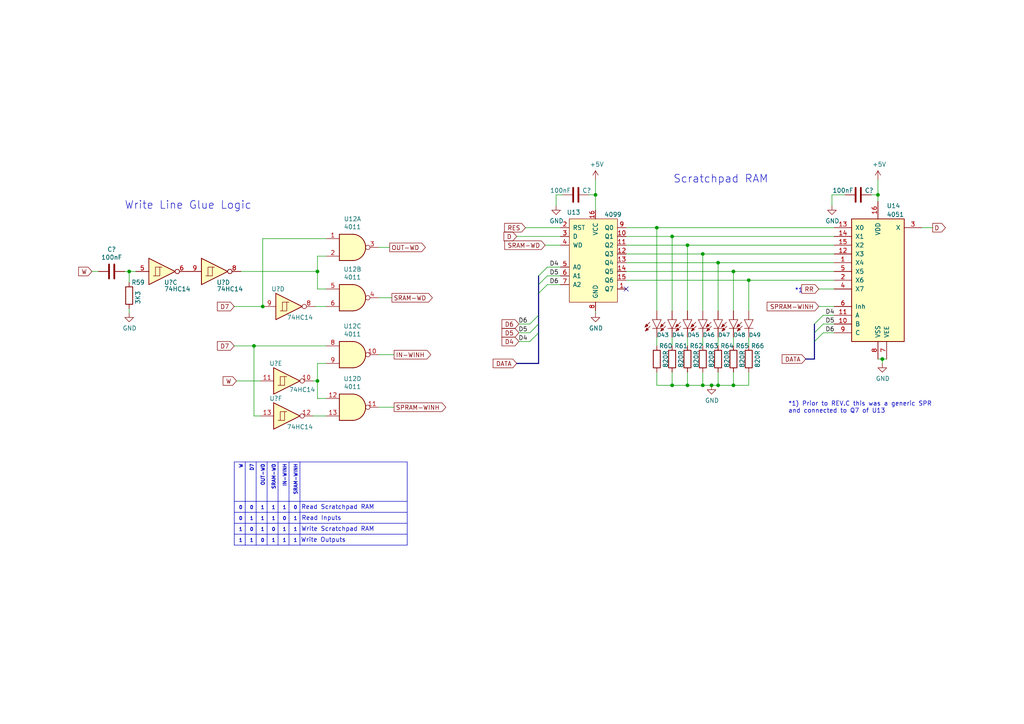
<source format=kicad_sch>
(kicad_sch (version 20230121) (generator eeschema)
  (paper "A4")
  (title_block (title "Scratchpad RAM") (date "2022-11-09") (rev "0.5") (comment 1 "REV.C"))
  (lib_symbols
    (symbol "4xxx:4011" (pin_names (offset 1.016))
      (property "Reference" "U" (at 0 1.27 0))
      (property "Value" "4011" (at 0 -1.27 0))
      (symbol "4011_1_1"
        (arc (start 0 -3.81) (mid 3.7934 0) (end 0 3.81) (stroke (width 0.254)) (fill (type background)))
        (polyline (pts (xy 0 3.81) (xy -3.81 3.81) (xy -3.81 -3.81) (xy 0 -3.81)) (stroke (width 0.254)) (fill (type background)))
        (pin input line (at -7.62 2.54 0) (length 3.81) (name "~") (number "1"))
        (pin input line (at -7.62 -2.54 0) (length 3.81) (name "~") (number "2"))
        (pin output inverted (at 7.62 0 180) (length 3.81) (name "~") (number "3"))
      )
      (symbol "4011_1_2"
        (arc (start -3.81 -3.81) (mid -2.589 0) (end -3.81 3.81) (stroke (width 0.254)))
        (arc (start -0.6096 -3.81) (mid 2.1842 -2.5851) (end 3.81 0) (stroke (width 0.254)) (fill (type background)))
        (polyline (pts (xy -3.81 -3.81) (xy -0.635 -3.81)) (stroke (width 0.254)) (fill (type background)))
        (polyline (pts (xy -3.81 3.81) (xy -0.635 3.81)) (stroke (width 0.254)) (fill (type background)))
        (polyline (pts (xy -0.635 3.81) (xy -3.81 3.81) (xy -3.81 3.81) (xy -3.556 3.4036) (xy -3.0226 2.2606) (xy -2.6924 1.0414) (xy -2.6162 -0.254) (xy -2.7686 -1.4986) (xy -3.175 -2.7178) (xy -3.81 -3.81) (xy -3.81 -3.81) (xy -0.635 -3.81)) (stroke (width -25.4)) (fill (type background)))
        (arc (start 3.81 0) (mid 2.1915 2.5936) (end -0.6096 3.81) (stroke (width 0.254)) (fill (type background)))
        (pin input inverted (at -7.62 2.54 0) (length 4.318) (name "~") (number "1"))
        (pin input inverted (at -7.62 -2.54 0) (length 4.318) (name "~") (number "2"))
        (pin output line (at 7.62 0 180) (length 3.81) (name "~") (number "3"))
      )
      (symbol "4011_2_1"
        (arc (start 0 -3.81) (mid 3.7934 0) (end 0 3.81) (stroke (width 0.254)) (fill (type background)))
        (polyline (pts (xy 0 3.81) (xy -3.81 3.81) (xy -3.81 -3.81) (xy 0 -3.81)) (stroke (width 0.254)) (fill (type background)))
        (pin output inverted (at 7.62 0 180) (length 3.81) (name "~") (number "4"))
        (pin input line (at -7.62 2.54 0) (length 3.81) (name "~") (number "5"))
        (pin input line (at -7.62 -2.54 0) (length 3.81) (name "~") (number "6"))
      )
      (symbol "4011_2_2"
        (arc (start -3.81 -3.81) (mid -2.589 0) (end -3.81 3.81) (stroke (width 0.254)))
        (arc (start -0.6096 -3.81) (mid 2.1842 -2.5851) (end 3.81 0) (stroke (width 0.254)) (fill (type background)))
        (polyline (pts (xy -3.81 -3.81) (xy -0.635 -3.81)) (stroke (width 0.254)) (fill (type background)))
        (polyline (pts (xy -3.81 3.81) (xy -0.635 3.81)) (stroke (width 0.254)) (fill (type background)))
        (polyline (pts (xy -0.635 3.81) (xy -3.81 3.81) (xy -3.81 3.81) (xy -3.556 3.4036) (xy -3.0226 2.2606) (xy -2.6924 1.0414) (xy -2.6162 -0.254) (xy -2.7686 -1.4986) (xy -3.175 -2.7178) (xy -3.81 -3.81) (xy -3.81 -3.81) (xy -0.635 -3.81)) (stroke (width -25.4)) (fill (type background)))
        (arc (start 3.81 0) (mid 2.1915 2.5936) (end -0.6096 3.81) (stroke (width 0.254)) (fill (type background)))
        (pin output line (at 7.62 0 180) (length 3.81) (name "~") (number "4"))
        (pin input inverted (at -7.62 2.54 0) (length 4.318) (name "~") (number "5"))
        (pin input inverted (at -7.62 -2.54 0) (length 4.318) (name "~") (number "6"))
      )
      (symbol "4011_3_1"
        (arc (start 0 -3.81) (mid 3.7934 0) (end 0 3.81) (stroke (width 0.254)) (fill (type background)))
        (polyline (pts (xy 0 3.81) (xy -3.81 3.81) (xy -3.81 -3.81) (xy 0 -3.81)) (stroke (width 0.254)) (fill (type background)))
        (pin output inverted (at 7.62 0 180) (length 3.81) (name "~") (number "10"))
        (pin input line (at -7.62 2.54 0) (length 3.81) (name "~") (number "8"))
        (pin input line (at -7.62 -2.54 0) (length 3.81) (name "~") (number "9"))
      )
      (symbol "4011_3_2"
        (arc (start -3.81 -3.81) (mid -2.589 0) (end -3.81 3.81) (stroke (width 0.254)))
        (arc (start -0.6096 -3.81) (mid 2.1842 -2.5851) (end 3.81 0) (stroke (width 0.254)) (fill (type background)))
        (polyline (pts (xy -3.81 -3.81) (xy -0.635 -3.81)) (stroke (width 0.254)) (fill (type background)))
        (polyline (pts (xy -3.81 3.81) (xy -0.635 3.81)) (stroke (width 0.254)) (fill (type background)))
        (polyline (pts (xy -0.635 3.81) (xy -3.81 3.81) (xy -3.81 3.81) (xy -3.556 3.4036) (xy -3.0226 2.2606) (xy -2.6924 1.0414) (xy -2.6162 -0.254) (xy -2.7686 -1.4986) (xy -3.175 -2.7178) (xy -3.81 -3.81) (xy -3.81 -3.81) (xy -0.635 -3.81)) (stroke (width -25.4)) (fill (type background)))
        (arc (start 3.81 0) (mid 2.1915 2.5936) (end -0.6096 3.81) (stroke (width 0.254)) (fill (type background)))
        (pin output line (at 7.62 0 180) (length 3.81) (name "~") (number "10"))
        (pin input inverted (at -7.62 2.54 0) (length 4.318) (name "~") (number "8"))
        (pin input inverted (at -7.62 -2.54 0) (length 4.318) (name "~") (number "9"))
      )
      (symbol "4011_4_1"
        (arc (start 0 -3.81) (mid 3.7934 0) (end 0 3.81) (stroke (width 0.254)) (fill (type background)))
        (polyline (pts (xy 0 3.81) (xy -3.81 3.81) (xy -3.81 -3.81) (xy 0 -3.81)) (stroke (width 0.254)) (fill (type background)))
        (pin output inverted (at 7.62 0 180) (length 3.81) (name "~") (number "11"))
        (pin input line (at -7.62 2.54 0) (length 3.81) (name "~") (number "12"))
        (pin input line (at -7.62 -2.54 0) (length 3.81) (name "~") (number "13"))
      )
      (symbol "4011_4_2"
        (arc (start -3.81 -3.81) (mid -2.589 0) (end -3.81 3.81) (stroke (width 0.254)))
        (arc (start -0.6096 -3.81) (mid 2.1842 -2.5851) (end 3.81 0) (stroke (width 0.254)) (fill (type background)))
        (polyline (pts (xy -3.81 -3.81) (xy -0.635 -3.81)) (stroke (width 0.254)) (fill (type background)))
        (polyline (pts (xy -3.81 3.81) (xy -0.635 3.81)) (stroke (width 0.254)) (fill (type background)))
        (polyline (pts (xy -0.635 3.81) (xy -3.81 3.81) (xy -3.81 3.81) (xy -3.556 3.4036) (xy -3.0226 2.2606) (xy -2.6924 1.0414) (xy -2.6162 -0.254) (xy -2.7686 -1.4986) (xy -3.175 -2.7178) (xy -3.81 -3.81) (xy -3.81 -3.81) (xy -0.635 -3.81)) (stroke (width -25.4)) (fill (type background)))
        (arc (start 3.81 0) (mid 2.1915 2.5936) (end -0.6096 3.81) (stroke (width 0.254)) (fill (type background)))
        (pin output line (at 7.62 0 180) (length 3.81) (name "~") (number "11"))
        (pin input inverted (at -7.62 2.54 0) (length 4.318) (name "~") (number "12"))
        (pin input inverted (at -7.62 -2.54 0) (length 4.318) (name "~") (number "13"))
      )
      (symbol "4011_5_0"
        (pin power_in line (at 0 12.7 270) (length 5.08) (name "VDD") (number "14"))
        (pin power_in line (at 0 -12.7 90) (length 5.08) (name "VSS") (number "7"))
      )
      (symbol "4011_5_1"
        (rectangle (start -5.08 7.62) (end 5.08 -7.62) (stroke (width 0.254)) (fill (type background)))
      )
    )
    (symbol "4xxx:4051" (pin_names (offset 1.016))
      (property "Reference" "U" (at -7.62 19.05 0))
      (property "Value" "4051" (at -7.62 -19.05 0))
      (symbol "4051_1_0"
        (pin passive line (at -12.7 5.08 0) (length 5.08) (name "X4") (number "1"))
        (pin input line (at -12.7 -12.7 0) (length 5.08) (name "B") (number "10"))
        (pin input line (at -12.7 -10.16 0) (length 5.08) (name "A") (number "11"))
        (pin passive line (at -12.7 7.62 0) (length 5.08) (name "X3") (number "12"))
        (pin passive line (at -12.7 15.24 0) (length 5.08) (name "X0") (number "13"))
        (pin passive line (at -12.7 12.7 0) (length 5.08) (name "X1") (number "14"))
        (pin passive line (at -12.7 10.16 0) (length 5.08) (name "X2") (number "15"))
        (pin power_in line (at 0 22.86 270) (length 5.08) (name "VDD") (number "16"))
        (pin passive line (at -12.7 0 0) (length 5.08) (name "X6") (number "2"))
        (pin passive line (at 12.7 15.24 180) (length 5.08) (name "X") (number "3"))
        (pin passive line (at -12.7 -2.54 0) (length 5.08) (name "X7") (number "4"))
        (pin passive line (at -12.7 2.54 0) (length 5.08) (name "X5") (number "5"))
        (pin input line (at -12.7 -7.62 0) (length 5.08) (name "Inh") (number "6"))
        (pin power_in line (at 2.54 -22.86 90) (length 5.08) (name "VEE") (number "7"))
        (pin power_in line (at 0 -22.86 90) (length 5.08) (name "VSS") (number "8"))
        (pin input line (at -12.7 -15.24 0) (length 5.08) (name "C") (number "9"))
      )
      (symbol "4051_1_1"
        (rectangle (start -7.62 17.78) (end 7.62 -17.78) (stroke (width 0.254)) (fill (type background)))
      )
    )
    (symbol "74xx:74HC14" (pin_names (offset 1.016))
      (property "Reference" "U" (at 0 1.27 0))
      (property "Value" "74HC14" (at 0 -1.27 0))
      (symbol "74HC14_1_0"
        (polyline (pts (xy -3.81 3.81) (xy -3.81 -3.81) (xy 3.81 0) (xy -3.81 3.81)) (stroke (width 0.254)) (fill (type background)))
        (pin input line (at -7.62 0 0) (length 3.81) (name "~") (number "1"))
        (pin output inverted (at 7.62 0 180) (length 3.81) (name "~") (number "2"))
      )
      (symbol "74HC14_1_1"
        (polyline (pts (xy -1.905 -1.27) (xy -1.905 1.27) (xy -0.635 1.27)))
        (polyline (pts (xy -2.54 -1.27) (xy -0.635 -1.27) (xy -0.635 1.27) (xy 0 1.27)))
      )
      (symbol "74HC14_2_0"
        (polyline (pts (xy -3.81 3.81) (xy -3.81 -3.81) (xy 3.81 0) (xy -3.81 3.81)) (stroke (width 0.254)) (fill (type background)))
        (pin input line (at -7.62 0 0) (length 3.81) (name "~") (number "3"))
        (pin output inverted (at 7.62 0 180) (length 3.81) (name "~") (number "4"))
      )
      (symbol "74HC14_2_1"
        (polyline (pts (xy -1.905 -1.27) (xy -1.905 1.27) (xy -0.635 1.27)))
        (polyline (pts (xy -2.54 -1.27) (xy -0.635 -1.27) (xy -0.635 1.27) (xy 0 1.27)))
      )
      (symbol "74HC14_3_0"
        (polyline (pts (xy -3.81 3.81) (xy -3.81 -3.81) (xy 3.81 0) (xy -3.81 3.81)) (stroke (width 0.254)) (fill (type background)))
        (pin input line (at -7.62 0 0) (length 3.81) (name "~") (number "5"))
        (pin output inverted (at 7.62 0 180) (length 3.81) (name "~") (number "6"))
      )
      (symbol "74HC14_3_1"
        (polyline (pts (xy -1.905 -1.27) (xy -1.905 1.27) (xy -0.635 1.27)))
        (polyline (pts (xy -2.54 -1.27) (xy -0.635 -1.27) (xy -0.635 1.27) (xy 0 1.27)))
      )
      (symbol "74HC14_4_0"
        (polyline (pts (xy -3.81 3.81) (xy -3.81 -3.81) (xy 3.81 0) (xy -3.81 3.81)) (stroke (width 0.254)) (fill (type background)))
        (pin output inverted (at 7.62 0 180) (length 3.81) (name "~") (number "8"))
        (pin input line (at -7.62 0 0) (length 3.81) (name "~") (number "9"))
      )
      (symbol "74HC14_4_1"
        (polyline (pts (xy -1.905 -1.27) (xy -1.905 1.27) (xy -0.635 1.27)))
        (polyline (pts (xy -2.54 -1.27) (xy -0.635 -1.27) (xy -0.635 1.27) (xy 0 1.27)))
      )
      (symbol "74HC14_5_0"
        (polyline (pts (xy -3.81 3.81) (xy -3.81 -3.81) (xy 3.81 0) (xy -3.81 3.81)) (stroke (width 0.254)) (fill (type background)))
        (pin output inverted (at 7.62 0 180) (length 3.81) (name "~") (number "10"))
        (pin input line (at -7.62 0 0) (length 3.81) (name "~") (number "11"))
      )
      (symbol "74HC14_5_1"
        (polyline (pts (xy -1.905 -1.27) (xy -1.905 1.27) (xy -0.635 1.27)))
        (polyline (pts (xy -2.54 -1.27) (xy -0.635 -1.27) (xy -0.635 1.27) (xy 0 1.27)))
      )
      (symbol "74HC14_6_0"
        (polyline (pts (xy -3.81 3.81) (xy -3.81 -3.81) (xy 3.81 0) (xy -3.81 3.81)) (stroke (width 0.254)) (fill (type background)))
        (pin output inverted (at 7.62 0 180) (length 3.81) (name "~") (number "12"))
        (pin input line (at -7.62 0 0) (length 3.81) (name "~") (number "13"))
      )
      (symbol "74HC14_6_1"
        (polyline (pts (xy -1.905 -1.27) (xy -1.905 1.27) (xy -0.635 1.27)))
        (polyline (pts (xy -2.54 -1.27) (xy -0.635 -1.27) (xy -0.635 1.27) (xy 0 1.27)))
      )
      (symbol "74HC14_7_0"
        (pin power_in line (at 0 12.7 270) (length 5.08) (name "VCC") (number "14"))
        (pin power_in line (at 0 -12.7 90) (length 5.08) (name "GND") (number "7"))
      )
      (symbol "74HC14_7_1"
        (rectangle (start -5.08 7.62) (end 5.08 -7.62) (stroke (width 0.254)) (fill (type background)))
      )
    )
    (symbol "Device:C" (pin_numbers hide) (pin_names (offset 0.254))
      (property "Reference" "C" (at 0.635 2.54 0))
      (property "Value" "C" (at 0.635 -2.54 0))
      (symbol "C_0_1"
        (polyline (pts (xy -2.032 -0.762) (xy 2.032 -0.762)) (stroke (width 0.508)))
        (polyline (pts (xy -2.032 0.762) (xy 2.032 0.762)) (stroke (width 0.508)))
      )
      (symbol "C_1_1"
        (pin passive line (at 0 3.81 270) (length 2.794) (name "~") (number "1"))
        (pin passive line (at 0 -3.81 90) (length 2.794) (name "~") (number "2"))
      )
    )
    (symbol "Device:R" (pin_numbers hide) (pin_names (offset 0))
      (property "Reference" "R" (at 2.032 0 90))
      (property "Value" "R" (at 0 0 90))
      (symbol "R_0_1"
        (rectangle (start -1.016 -2.54) (end 1.016 2.54) (stroke (width 0.254)))
      )
      (symbol "R_1_1"
        (pin passive line (at 0 3.81 270) (length 1.27) (name "~") (number "1"))
        (pin passive line (at 0 -3.81 90) (length 1.27) (name "~") (number "2"))
      )
    )
    (symbol "plc14500-rescue:LED5MM-SparkFun-LED" (pin_numbers hide) (pin_names (offset 1.016) hide)
      (property "Reference" "D" (at -1.27 -6.35 90))
      (property "Value" "LED5MM-SparkFun-LED" (at 3.81 -6.35 90))
      (property "Field4" "XXX-00000" (at -6.35 0 90))
      (symbol "LED5MM-SparkFun-LED_1_0"
        (polyline (pts (xy -2.032 -0.762) (xy -3.429 -2.159)))
        (polyline (pts (xy -1.905 -1.905) (xy -3.302 -3.302)))
        (polyline (pts (xy 0 -2.54) (xy -1.27 -2.54)))
        (polyline (pts (xy 0 -2.54) (xy -1.27 0)))
        (polyline (pts (xy 1.27 -2.54) (xy 0 -2.54)))
        (polyline (pts (xy 1.27 0) (xy -1.27 0)))
        (polyline (pts (xy 1.27 0) (xy 0 -2.54)))
      )
      (symbol "LED5MM-SparkFun-LED_1_1"
        (polyline (pts (xy -3.429 -2.159) (xy -3.048 -1.27) (xy -3.048 -1.27) (xy -2.54 -1.778) (xy -2.54 -1.778) (xy -3.429 -2.159)) (fill (type outline)))
        (polyline (pts (xy -3.302 -3.302) (xy -2.921 -2.413) (xy -2.921 -2.413) (xy -2.413 -2.921) (xy -2.413 -2.921) (xy -3.302 -3.302)) (fill (type outline)))
        (pin passive line (at 0 2.54 270) (length 2.54) (name "A") (number "A"))
        (pin passive line (at 0 -5.08 90) (length 2.54) (name "C") (number "K"))
      )
    )
    (symbol "plc14500:CD4099" (pin_names (offset 1.016))
      (property "Reference" "U" (at 2.54 -1.27 0))
      (property "Value" "CD4099" (at 11.43 -26.67 0))
      (symbol "CD4099_0_1"
        (rectangle (start -7.62 -2.54) (end 6.35 -26.67) (fill (type background)))
      )
      (symbol "CD4099_1_1"
        (pin output line (at 8.89 -22.86 180) (length 2.54) (name "Q7") (number "1"))
        (pin output line (at 8.89 -7.62 180) (length 2.54) (name "Q1") (number "10"))
        (pin output line (at 8.89 -10.16 180) (length 2.54) (name "Q2") (number "11"))
        (pin output line (at 8.89 -12.7 180) (length 2.54) (name "Q3") (number "12"))
        (pin output line (at 8.89 -15.24 180) (length 2.54) (name "Q4") (number "13"))
        (pin output line (at 8.89 -17.78 180) (length 2.54) (name "Q5") (number "14"))
        (pin output line (at 8.89 -20.32 180) (length 2.54) (name "Q6") (number "15"))
        (pin power_in line (at 0 0 270) (length 2.54) (name "VCC") (number "16"))
        (pin input line (at -10.16 -5.08 0) (length 2.54) (name "RST") (number "2"))
        (pin input line (at -10.16 -7.62 0) (length 2.54) (name "D") (number "3"))
        (pin input line (at -10.16 -10.16 0) (length 2.54) (name "WD") (number "4"))
        (pin input line (at -10.16 -16.51 0) (length 2.54) (name "A0") (number "5"))
        (pin input line (at -10.16 -19.05 0) (length 2.54) (name "A1") (number "6"))
        (pin input line (at -10.16 -21.59 0) (length 2.54) (name "A2") (number "7"))
        (pin power_in line (at 0 -29.21 90) (length 2.54) (name "GND") (number "8"))
        (pin output line (at 8.89 -5.08 180) (length 2.54) (name "Q0") (number "9"))
      )
    )
    (symbol "power:+5V" (power) (pin_names (offset 0))
      (property "Value" "+5V" (at 0 3.556 0))
      (symbol "+5V_0_1"
        (polyline (pts (xy -0.762 1.27) (xy 0 2.54)))
        (polyline (pts (xy 0 0) (xy 0 2.54)))
        (polyline (pts (xy 0 2.54) (xy 0.762 1.27)))
      )
      (symbol "+5V_1_1"
        (pin power_in line (at 0 0 90) (length 0) hide (name "+5V") (number "1"))
      )
    )
    (symbol "power:GND" (power) (pin_names (offset 0))
      (property "Value" "GND" (at 0 -3.81 0))
      (symbol "GND_0_1"
        (polyline (pts (xy 0 0) (xy 0 -1.27) (xy 1.27 -1.27) (xy 0 -2.54) (xy -1.27 -1.27) (xy 0 -1.27)))
      )
      (symbol "GND_1_1"
        (pin power_in line (at 0 0 270) (length 0) hide (name "GND") (number "1"))
      )
    )
  )
  (junction (at 199.39 71.12))
  (junction (at 212.725 111.76))
  (junction (at 190.5 66.04))
  (junction (at 208.28 76.2))
  (junction (at 217.17 81.28))
  (junction (at 203.835 111.76))
  (junction (at 254.635 56.515))
  (junction (at 203.835 73.66))
  (junction (at 37.465 78.74))
  (junction (at 206.375 111.76))
  (junction (at 172.72 56.515))
  (junction (at 212.725 78.74))
  (junction (at 208.28 111.76))
  (junction (at 255.905 104.14))
  (junction (at 199.39 111.76))
  (junction (at 76.2 88.9))
  (junction (at 92.075 78.74))
  (junction (at 194.945 68.58))
  (junction (at 92.075 110.49))
  (junction (at 73.66 100.33))
  (junction (at 194.945 111.76))
  (no_connect (at 181.61 83.82))
  (bus_entry (at 156.21 91.44) (size -2.54 2.54))
  (bus_entry (at 156.21 85.09) (size 2.54 -2.54))
  (bus_entry (at 236.22 99.06) (size 2.54 -2.54))
  (bus_entry (at 236.22 93.98) (size 2.54 -2.54))
  (bus_entry (at 236.22 96.52) (size 2.54 -2.54))
  (bus_entry (at 156.21 93.98) (size -2.54 2.54))
  (bus_entry (at 156.21 96.52) (size -2.54 2.54))
  (bus_entry (at 156.21 80.01) (size 2.54 -2.54))
  (bus_entry (at 156.21 82.55) (size 2.54 -2.54))
  (wire (pts (xy 172.72 90.805) (xy 172.72 90.17)))
  (wire (pts (xy 212.725 97.79) (xy 212.725 100.33)))
  (polyline (pts (xy 67.945 145.415) (xy 118.11 145.415)))
  (wire (pts (xy 109.855 86.36) (xy 113.665 86.36)))
  (wire (pts (xy 37.465 90.805) (xy 37.465 89.535)))
  (wire (pts (xy 90.805 120.65) (xy 94.615 120.65)))
  (wire (pts (xy 37.465 81.915) (xy 37.465 78.74)))
  (wire (pts (xy 208.28 76.2) (xy 241.935 76.2)))
  (polyline (pts (xy 80.645 133.985) (xy 80.645 158.115)))
  (wire (pts (xy 92.075 74.295) (xy 92.075 78.74)))
  (wire (pts (xy 161.29 56.515) (xy 163.195 56.515)))
  (wire (pts (xy 76.2 69.215) (xy 76.2 88.9)))
  (wire (pts (xy 161.29 59.69) (xy 161.29 56.515)))
  (bus (pts (xy 236.22 96.52) (xy 236.22 99.06)))
  (polyline (pts (xy 83.82 133.985) (xy 83.82 158.115)))
  (wire (pts (xy 181.61 73.66) (xy 203.835 73.66)))
  (wire (pts (xy 255.905 105.41) (xy 255.905 104.14)))
  (wire (pts (xy 37.465 78.74) (xy 39.37 78.74)))
  (wire (pts (xy 254.635 56.515) (xy 254.635 52.07)))
  (wire (pts (xy 199.39 90.17) (xy 199.39 71.12)))
  (wire (pts (xy 90.805 110.49) (xy 92.075 110.49)))
  (bus (pts (xy 156.21 80.01) (xy 156.21 82.55)))
  (wire (pts (xy 217.17 90.17) (xy 217.17 81.28)))
  (wire (pts (xy 199.39 107.95) (xy 199.39 111.76)))
  (wire (pts (xy 203.835 111.76) (xy 206.375 111.76)))
  (wire (pts (xy 75.565 120.65) (xy 73.66 120.65)))
  (wire (pts (xy 109.855 102.87) (xy 114.3 102.87)))
  (wire (pts (xy 203.835 90.17) (xy 203.835 73.66)))
  (wire (pts (xy 208.28 97.79) (xy 208.28 100.33)))
  (wire (pts (xy 92.075 78.74) (xy 92.075 83.82)))
  (wire (pts (xy 181.61 76.2) (xy 208.28 76.2)))
  (wire (pts (xy 203.835 107.95) (xy 203.835 111.76)))
  (wire (pts (xy 150.495 99.06) (xy 153.67 99.06)))
  (bus (pts (xy 233.68 104.14) (xy 236.22 104.14)))
  (wire (pts (xy 158.75 82.55) (xy 162.56 82.55)))
  (wire (pts (xy 158.115 71.12) (xy 162.56 71.12)))
  (wire (pts (xy 206.375 111.76) (xy 208.28 111.76)))
  (wire (pts (xy 92.075 105.41) (xy 92.075 110.49)))
  (wire (pts (xy 153.67 96.52) (xy 150.495 96.52)))
  (wire (pts (xy 170.815 56.515) (xy 172.72 56.515)))
  (wire (pts (xy 254.635 104.14) (xy 255.905 104.14)))
  (wire (pts (xy 208.28 107.95) (xy 208.28 111.76)))
  (wire (pts (xy 194.945 90.17) (xy 194.945 68.58)))
  (wire (pts (xy 212.725 90.17) (xy 212.725 78.74)))
  (wire (pts (xy 190.5 107.95) (xy 190.5 111.76)))
  (wire (pts (xy 203.835 97.79) (xy 203.835 100.33)))
  (wire (pts (xy 92.075 74.295) (xy 94.615 74.295)))
  (wire (pts (xy 241.3 59.69) (xy 241.3 56.515)))
  (polyline (pts (xy 67.945 151.765) (xy 118.11 151.765)))
  (wire (pts (xy 237.49 88.9) (xy 241.935 88.9)))
  (wire (pts (xy 36.195 78.74) (xy 37.465 78.74)))
  (wire (pts (xy 92.075 110.49) (xy 92.075 115.57)))
  (wire (pts (xy 26.67 78.74) (xy 28.575 78.74)))
  (wire (pts (xy 199.39 71.12) (xy 241.935 71.12)))
  (wire (pts (xy 162.56 66.04) (xy 152.4 66.04)))
  (wire (pts (xy 68.58 110.49) (xy 75.565 110.49)))
  (wire (pts (xy 73.66 120.65) (xy 73.66 100.33)))
  (wire (pts (xy 149.86 68.58) (xy 162.56 68.58)))
  (wire (pts (xy 237.49 83.82) (xy 241.935 83.82)))
  (wire (pts (xy 109.855 118.11) (xy 114.3 118.11)))
  (wire (pts (xy 203.835 73.66) (xy 241.935 73.66)))
  (wire (pts (xy 208.28 111.76) (xy 212.725 111.76)))
  (wire (pts (xy 255.905 104.14) (xy 257.175 104.14)))
  (wire (pts (xy 217.17 97.79) (xy 217.17 100.33)))
  (wire (pts (xy 162.56 77.47) (xy 158.75 77.47)))
  (wire (pts (xy 212.725 111.76) (xy 217.17 111.76)))
  (bus (pts (xy 156.21 105.41) (xy 149.86 105.41)))
  (polyline (pts (xy 67.945 133.985) (xy 67.945 158.115)))
  (polyline (pts (xy 67.945 154.94) (xy 118.11 154.94)))
  (wire (pts (xy 67.945 88.9) (xy 76.2 88.9)))
  (polyline (pts (xy 74.295 133.985) (xy 74.295 158.115)))
  (polyline (pts (xy 77.47 133.985) (xy 77.47 158.115)))
  (wire (pts (xy 194.945 97.79) (xy 194.945 100.33)))
  (wire (pts (xy 181.61 71.12) (xy 199.39 71.12)))
  (wire (pts (xy 212.725 78.74) (xy 241.935 78.74)))
  (bus (pts (xy 156.21 82.55) (xy 156.21 85.09)))
  (wire (pts (xy 241.935 91.44) (xy 238.76 91.44)))
  (wire (pts (xy 158.75 80.01) (xy 162.56 80.01)))
  (wire (pts (xy 91.44 88.9) (xy 94.615 88.9)))
  (wire (pts (xy 67.945 100.33) (xy 73.66 100.33)))
  (bus (pts (xy 236.22 93.98) (xy 236.22 96.52)))
  (wire (pts (xy 181.61 68.58) (xy 194.945 68.58)))
  (wire (pts (xy 254.635 58.42) (xy 254.635 56.515)))
  (polyline (pts (xy 67.945 148.59) (xy 118.11 148.59)))
  (wire (pts (xy 190.5 90.17) (xy 190.5 66.04)))
  (wire (pts (xy 109.855 71.755) (xy 113.03 71.755)))
  (wire (pts (xy 172.72 56.515) (xy 172.72 52.07)))
  (wire (pts (xy 199.39 97.79) (xy 199.39 100.33)))
  (bus (pts (xy 156.21 96.52) (xy 156.21 105.41)))
  (bus (pts (xy 156.21 85.09) (xy 156.21 91.44)))
  (wire (pts (xy 267.335 66.04) (xy 270.51 66.04)))
  (wire (pts (xy 181.61 78.74) (xy 212.725 78.74)))
  (wire (pts (xy 194.945 107.95) (xy 194.945 111.76)))
  (wire (pts (xy 199.39 111.76) (xy 203.835 111.76)))
  (polyline (pts (xy 67.945 158.115) (xy 118.11 158.115)))
  (bus (pts (xy 236.22 99.06) (xy 236.22 104.14)))
  (wire (pts (xy 181.61 66.04) (xy 190.5 66.04)))
  (wire (pts (xy 252.73 56.515) (xy 254.635 56.515)))
  (wire (pts (xy 238.76 96.52) (xy 241.935 96.52)))
  (polyline (pts (xy 118.11 133.985) (xy 118.11 158.115)))
  (wire (pts (xy 190.5 100.33) (xy 190.5 97.79)))
  (wire (pts (xy 94.615 83.82) (xy 92.075 83.82)))
  (bus (pts (xy 156.21 93.98) (xy 156.21 96.52)))
  (wire (pts (xy 153.67 93.98) (xy 150.495 93.98)))
  (wire (pts (xy 217.17 107.95) (xy 217.17 111.76)))
  (wire (pts (xy 208.28 90.17) (xy 208.28 76.2)))
  (wire (pts (xy 190.5 111.76) (xy 194.945 111.76)))
  (wire (pts (xy 194.945 111.76) (xy 199.39 111.76)))
  (wire (pts (xy 217.17 81.28) (xy 241.935 81.28)))
  (wire (pts (xy 238.76 93.98) (xy 241.935 93.98)))
  (wire (pts (xy 190.5 66.04) (xy 241.935 66.04)))
  (wire (pts (xy 212.725 107.95) (xy 212.725 111.76)))
  (polyline (pts (xy 71.12 133.985) (xy 71.12 158.115)))
  (wire (pts (xy 69.85 78.74) (xy 92.075 78.74)))
  (wire (pts (xy 94.615 105.41) (xy 92.075 105.41)))
  (wire (pts (xy 76.2 69.215) (xy 94.615 69.215)))
  (polyline (pts (xy 67.945 133.985) (xy 118.11 133.985)))
  (wire (pts (xy 73.66 100.33) (xy 94.615 100.33)))
  (wire (pts (xy 172.72 56.515) (xy 172.72 60.96)))
  (wire (pts (xy 181.61 81.28) (xy 217.17 81.28)))
  (polyline (pts (xy 86.995 133.985) (xy 86.995 158.115)))
  (bus (pts (xy 156.21 91.44) (xy 156.21 93.98)))
  (wire (pts (xy 194.945 68.58) (xy 241.935 68.58)))
  (wire (pts (xy 92.075 115.57) (xy 94.615 115.57)))
  (wire (pts (xy 241.3 56.515) (xy 245.11 56.515)))
  (text "*1) Prior to REV.C this was a generic SPR \nand connected to Q7 of U13" (at 228.6 120.015 0) (effects (font (size 1.27 1.27)) (justify left bottom)))
  (text "Write Scratchpad RAM" (at 108.585 154.305 0) (effects (font (size 1.27 1.27)) (justify right bottom)))
  (text "1" (at 85.09 154.305 0) (effects (font (size 0.9906 0.9906) (thickness 0.1981) bold) (justify left bottom)))
  (text "1" (at 81.915 154.305 0) (effects (font (size 0.9906 0.9906) (thickness 0.1981) bold) (justify left bottom)))
  (text "0" (at 72.39 154.305 0) (effects (font (size 0.9906 0.9906) (thickness 0.1981) bold) (justify left bottom)))
  (text "1" (at 72.39 157.48 0) (effects (font (size 0.9906 0.9906) (thickness 0.1981) bold) (justify left bottom)))
  (text "1" (at 69.215 154.305 0) (effects (font (size 0.9906 0.9906) (thickness 0.1981) bold) (justify left bottom)))
  (text "SRAM-WINH" (at 86.36 134.62 90) (effects (font (size 0.9906 0.9906) (thickness 0.1981) bold) (justify right bottom)))
  (text "0" (at 69.215 151.13 0) (effects (font (size 0.9906 0.9906) (thickness 0.1981) bold) (justify left bottom)))
  (text "*1" (at 230.505 85.09 0) (effects (font (size 1.27 1.27)) (justify left bottom)))
  (text "IN-WINH" (at 83.185 134.62 90) (effects (font (size 0.9906 0.9906) (thickness 0.1981) bold) (justify right bottom)))
  (text "1" (at 75.565 154.305 0) (effects (font (size 0.9906 0.9906) (thickness 0.1981) bold) (justify left bottom)))
  (text "1" (at 78.74 157.48 0) (effects (font (size 0.9906 0.9906) (thickness 0.1981) bold) (justify left bottom)))
  (text "D7" (at 73.66 134.62 90) (effects (font (size 0.9906 0.9906) (thickness 0.1981) bold) (justify right bottom)))
  (text "Read Inputs" (at 99.06 151.13 0) (effects (font (size 1.27 1.27)) (justify right bottom)))
  (text "0" (at 69.215 147.955 0) (effects (font (size 0.9906 0.9906) (thickness 0.1981) bold) (justify left bottom)))
  (text "1" (at 75.565 147.955 0) (effects (font (size 0.9906 0.9906) (thickness 0.1981) bold) (justify left bottom)))
  (text "1" (at 69.215 157.48 0) (effects (font (size 0.9906 0.9906) (thickness 0.1981) bold) (justify left bottom)))
  (text "1" (at 78.74 151.13 0) (effects (font (size 0.9906 0.9906) (thickness 0.1981) bold) (justify left bottom)))
  (text "1" (at 81.915 157.48 0) (effects (font (size 0.9906 0.9906) (thickness 0.1981) bold) (justify left bottom)))
  (text "Write Outputs" (at 100.33 157.48 0) (effects (font (size 1.27 1.27)) (justify right bottom)))
  (text "Write Line Glue Logic" (at 73.025 60.96 0) (effects (font (size 2.2606 2.2606)) (justify right bottom)))
  (text "W" (at 70.485 134.62 90) (effects (font (size 0.9906 0.9906) (thickness 0.1981) bold) (justify right bottom)))
  (text "SRAM-WD" (at 80.01 134.62 90) (effects (font (size 0.9906 0.9906) (thickness 0.1981) bold) (justify right bottom)))
  (text "0" (at 85.09 147.955 0) (effects (font (size 0.9906 0.9906) (thickness 0.1981) bold) (justify left bottom)))
  (text "0" (at 78.74 154.305 0) (effects (font (size 0.9906 0.9906) (thickness 0.1981) bold) (justify left bottom)))
  (text "1" (at 75.565 151.13 0) (effects (font (size 0.9906 0.9906) (thickness 0.1981) bold) (justify left bottom)))
  (text "Read Scratchpad RAM" (at 108.585 147.955 0) (effects (font (size 1.27 1.27)) (justify right bottom)))
  (text "0" (at 75.565 157.48 0) (effects (font (size 0.9906 0.9906) (thickness 0.1981) bold) (justify left bottom)))
  (text "1" (at 78.74 147.955 0) (effects (font (size 0.9906 0.9906) (thickness 0.1981) bold) (justify left bottom)))
  (text "0" (at 81.915 151.13 0) (effects (font (size 0.9906 0.9906) (thickness 0.1981) bold) (justify left bottom)))
  (text "1" (at 85.09 151.13 0) (effects (font (size 0.9906 0.9906) (thickness 0.1981) bold) (justify left bottom)))
  (text "Scratchpad RAM" (at 222.885 53.34 0) (effects (font (size 2.2606 2.2606)) (justify right bottom)))
  (text "0" (at 72.39 147.955 0) (effects (font (size 0.9906 0.9906) (thickness 0.1981) bold) (justify left bottom)))
  (text "1" (at 81.915 147.955 0) (effects (font (size 0.9906 0.9906) (thickness 0.1981) bold) (justify left bottom)))
  (text "OUT-WD" (at 76.835 134.62 90) (effects (font (size 0.9906 0.9906) (thickness 0.1981) bold) (justify right bottom)))
  (text "1" (at 72.39 151.13 0) (effects (font (size 0.9906 0.9906) (thickness 0.1981) bold) (justify left bottom)))
  (text "1" (at 85.09 157.48 0) (effects (font (size 0.9906 0.9906) (thickness 0.1981) bold) (justify left bottom)))
  (label "D5" (at 153.035 96.52 180))
  (label "D5" (at 239.395 93.98 0))
  (label "D4" (at 239.395 91.44 0))
  (label "D6" (at 153.035 93.98 180))
  (label "D4" (at 159.385 77.47 0))
  (label "D4" (at 153.035 99.06 180))
  (label "D6" (at 239.395 96.52 0))
  (label "D6" (at 159.385 82.55 0))
  (label "D5" (at 159.385 80.01 0))
  (global_label "W" (shape input) (at 26.67 78.74 180) (property "Intersheetrefs" "${INTERSHEET_REFS}" (effects hide)))
  (global_label "RES" (shape input) (at 152.4 66.04 180) (property "Intersheetrefs" "${INTERSHEET_REFS}" (effects hide)))
  (global_label "SRAM-WD" (shape output) (at 113.665 86.36 0) (property "Intersheetrefs" "${INTERSHEET_REFS}" (effects hide)))
  (global_label "D" (shape output) (at 270.51 66.04 0) (property "Intersheetrefs" "${INTERSHEET_REFS}" (effects hide)))
  (global_label "RR" (shape input) (at 237.49 83.82 180) (property "Intersheetrefs" "${INTERSHEET_REFS}" (effects hide)))
  (global_label "D7" (shape input) (at 67.945 88.9 180) (property "Intersheetrefs" "${INTERSHEET_REFS}" (effects hide)))
  (global_label "SPRAM-WINH" (shape input) (at 237.49 88.9 180) (property "Intersheetrefs" "${INTERSHEET_REFS}" (effects hide)))
  (global_label "OUT-WD" (shape output) (at 113.03 71.755 0) (property "Intersheetrefs" "${INTERSHEET_REFS}" (effects hide)))
  (global_label "SPRAM-WINH" (shape output) (at 114.3 118.11 0) (property "Intersheetrefs" "${INTERSHEET_REFS}" (effects hide)))
  (global_label "DATA" (shape input) (at 233.68 104.14 180) (property "Intersheetrefs" "${INTERSHEET_REFS}" (effects hide)))
  (global_label "W" (shape input) (at 68.58 110.49 180) (property "Intersheetrefs" "${INTERSHEET_REFS}" (effects hide)))
  (global_label "IN-WINH" (shape output) (at 114.3 102.87 0) (property "Intersheetrefs" "${INTERSHEET_REFS}" (effects hide)))
  (global_label "SRAM-WD" (shape input) (at 158.115 71.12 180) (property "Intersheetrefs" "${INTERSHEET_REFS}" (effects hide)))
  (global_label "D7" (shape input) (at 67.945 100.33 180) (property "Intersheetrefs" "${INTERSHEET_REFS}" (effects hide)))
  (global_label "D5" (shape input) (at 150.495 96.52 180) (property "Intersheetrefs" "${INTERSHEET_REFS}" (effects hide)))
  (global_label "D" (shape input) (at 149.86 68.58 180) (property "Intersheetrefs" "${INTERSHEET_REFS}" (effects hide)))
  (global_label "DATA" (shape input) (at 149.86 105.41 180) (property "Intersheetrefs" "${INTERSHEET_REFS}" (effects hide)))
  (global_label "D4" (shape input) (at 150.495 99.06 180) (property "Intersheetrefs" "${INTERSHEET_REFS}" (effects hide)))
  (global_label "D6" (shape input) (at 150.495 93.98 180) (property "Intersheetrefs" "${INTERSHEET_REFS}" (effects hide)))
  (symbol (lib_id "plc14500-rescue:LED5MM-SparkFun-LED") (at 190.5 92.71 0) (unit 1)
    (property "Reference" "D43" (at 190.5 97.155 0) (effects (font (size 1.143 1.143)) (justify left)))
    (property "Value" "LED 3MM Red" (effects hide))
    (property "Footprint" "plc14500:LED_3MM" (effects hide))
    (property "Field4" "XXX-00000" (effects hide))
    (property "Price" "0.01" (effects hide))
    (instances (project "plc14500" (path "" (reference "D43") (unit 1)) (path "" (reference "D?") (unit 1)) (path "" (reference "D43") (unit 1))))
  )
  (symbol (lib_id "plc14500-rescue:LED5MM-SparkFun-LED") (at 194.945 92.71 0) (unit 1)
    (property "Reference" "D44" (at 194.945 97.155 0) (effects (font (size 1.143 1.143)) (justify left)))
    (property "Value" "LED 3MM Red" (effects hide))
    (property "Footprint" "plc14500:LED_3MM" (effects hide))
    (property "Field4" "XXX-00000" (effects hide))
    (property "Price" "0.01" (effects hide))
    (instances (project "plc14500" (path "" (reference "D44") (unit 1)) (path "" (reference "D?") (unit 1)) (path "" (reference "D44") (unit 1))))
  )
  (symbol (lib_id "plc14500-rescue:LED5MM-SparkFun-LED") (at 199.39 92.71 0) (unit 1)
    (property "Reference" "D45" (at 199.39 97.155 0) (effects (font (size 1.143 1.143)) (justify left)))
    (property "Value" "LED 3MM Red" (effects hide))
    (property "Footprint" "plc14500:LED_3MM" (effects hide))
    (property "Field4" "XXX-00000" (effects hide))
    (property "Price" "0.01" (effects hide))
    (instances (project "plc14500" (path "" (reference "D45") (unit 1)) (path "" (reference "D?") (unit 1)) (path "" (reference "D45") (unit 1))))
  )
  (symbol (lib_id "plc14500-rescue:LED5MM-SparkFun-LED") (at 203.835 92.71 0) (unit 1)
    (property "Reference" "D46" (at 203.835 97.155 0) (effects (font (size 1.143 1.143)) (justify left)))
    (property "Value" "LED 3MM Red" (effects hide))
    (property "Footprint" "plc14500:LED_3MM" (effects hide))
    (property "Field4" "XXX-00000" (effects hide))
    (property "Price" "0.01" (effects hide))
    (instances (project "plc14500" (path "" (reference "D46") (unit 1)) (path "" (reference "D?") (unit 1)) (path "" (reference "D46") (unit 1))))
  )
  (symbol (lib_id "plc14500-rescue:LED5MM-SparkFun-LED") (at 208.28 92.71 0) (unit 1)
    (property "Reference" "D47" (at 208.28 97.155 0) (effects (font (size 1.143 1.143)) (justify left)))
    (property "Value" "LED 3MM Red" (effects hide))
    (property "Footprint" "plc14500:LED_3MM" (effects hide))
    (property "Field4" "XXX-00000" (effects hide))
    (property "Price" "0.01" (effects hide))
    (instances (project "plc14500" (path "" (reference "D47") (unit 1)) (path "" (reference "D?") (unit 1)) (path "" (reference "D47") (unit 1))))
  )
  (symbol (lib_id "plc14500-rescue:LED5MM-SparkFun-LED") (at 212.725 92.71 0) (unit 1)
    (property "Reference" "D48" (at 212.725 97.155 0) (effects (font (size 1.143 1.143)) (justify left)))
    (property "Value" "LED 3MM Red" (effects hide))
    (property "Footprint" "plc14500:LED_3MM" (effects hide))
    (property "Field4" "XXX-00000" (effects hide))
    (property "Price" "0.01" (effects hide))
    (instances (project "plc14500" (path "" (reference "D48") (unit 1)) (path "" (reference "D?") (unit 1)) (path "" (reference "D48") (unit 1))))
  )
  (symbol (lib_id "plc14500-rescue:LED5MM-SparkFun-LED") (at 217.17 92.71 0) (unit 1)
    (property "Reference" "D49" (at 217.17 97.155 0) (effects (font (size 1.143 1.143)) (justify left)))
    (property "Value" "LED 3MM Red" (effects hide))
    (property "Footprint" "plc14500:LED_3MM" (effects hide))
    (property "Field4" "XXX-00000" (effects hide))
    (property "Price" "0.01" (effects hide))
    (instances (project "plc14500" (path "" (reference "D49") (unit 1)) (path "" (reference "D?") (unit 1)) (path "" (reference "D49") (unit 1))))
  )
  (symbol (lib_id "Device:R") (at 190.5 104.14 180) (unit 1)
    (property "Reference" "R60" (at 191.135 100.33 0) (effects (justify right)))
    (property "Value" "820R" (at 193.04 106.68 90) (effects (justify right)))
    (property "Footprint" "Resistor_THT:R_Axial_DIN0204_L3.6mm_D1.6mm_P7.62mm_Horizontal" (effects hide))
    (property "Price" "0.01" (effects hide))
    (instances (project "plc14500" (path "" (reference "R60") (unit 1)) (path "" (reference "R?") (unit 1))))
  )
  (symbol (lib_id "Device:R") (at 194.945 104.14 180) (unit 1)
    (property "Reference" "R61" (at 195.58 100.33 0) (effects (justify right)))
    (property "Value" "820R" (at 197.485 106.68 90) (effects (justify right)))
    (property "Footprint" "Resistor_THT:R_Axial_DIN0204_L3.6mm_D1.6mm_P7.62mm_Horizontal" (effects hide))
    (property "Price" "0.01" (effects hide))
    (instances (project "plc14500" (path "" (reference "R61") (unit 1)) (path "" (reference "R?") (unit 1))))
  )
  (symbol (lib_id "Device:R") (at 199.39 104.14 180) (unit 1)
    (property "Reference" "R62" (at 200.025 100.33 0) (effects (justify right)))
    (property "Value" "820R" (at 201.93 106.68 90) (effects (justify right)))
    (property "Footprint" "Resistor_THT:R_Axial_DIN0204_L3.6mm_D1.6mm_P7.62mm_Horizontal" (effects hide))
    (property "Price" "0.01" (effects hide))
    (instances (project "plc14500" (path "" (reference "R62") (unit 1)) (path "" (reference "R?") (unit 1))))
  )
  (symbol (lib_id "Device:R") (at 203.835 104.14 180) (unit 1)
    (property "Reference" "R63" (at 204.47 100.33 0) (effects (justify right)))
    (property "Value" "820R" (at 206.375 106.68 90) (effects (justify right)))
    (property "Footprint" "Resistor_THT:R_Axial_DIN0204_L3.6mm_D1.6mm_P7.62mm_Horizontal" (effects hide))
    (property "Price" "0.01" (effects hide))
    (instances (project "plc14500" (path "" (reference "R63") (unit 1)) (path "" (reference "R?") (unit 1))))
  )
  (symbol (lib_id "Device:R") (at 208.28 104.14 180) (unit 1)
    (property "Reference" "R64" (at 208.915 100.33 0) (effects (justify right)))
    (property "Value" "820R" (at 210.82 106.68 90) (effects (justify right)))
    (property "Footprint" "Resistor_THT:R_Axial_DIN0204_L3.6mm_D1.6mm_P7.62mm_Horizontal" (effects hide))
    (property "Price" "0.01" (effects hide))
    (instances (project "plc14500" (path "" (reference "R64") (unit 1)) (path "" (reference "R?") (unit 1))))
  )
  (symbol (lib_id "Device:R") (at 212.725 104.14 180) (unit 1)
    (property "Reference" "R65" (at 213.36 100.33 0) (effects (justify right)))
    (property "Value" "820R" (at 215.265 106.68 90) (effects (justify right)))
    (property "Footprint" "Resistor_THT:R_Axial_DIN0204_L3.6mm_D1.6mm_P7.62mm_Horizontal" (effects hide))
    (property "Price" "0.01" (effects hide))
    (instances (project "plc14500" (path "" (reference "R65") (unit 1)) (path "" (reference "R?") (unit 1))))
  )
  (symbol (lib_id "Device:R") (at 217.17 104.14 180) (unit 1)
    (property "Reference" "R66" (at 217.805 100.33 0) (effects (justify right)))
    (property "Value" "820R" (at 219.71 106.68 90) (effects (justify right)))
    (property "Footprint" "Resistor_THT:R_Axial_DIN0204_L3.6mm_D1.6mm_P7.62mm_Horizontal" (effects hide))
    (property "Price" "0.01" (effects hide))
    (instances (project "plc14500" (path "" (reference "R66") (unit 1)) (path "" (reference "R?") (unit 1))))
  )
  (symbol (lib_id "power:GND") (at 206.375 111.76 0) (unit 1)
    (property "Reference" "#PWR074" (effects hide))
    (property "Value" "GND" (at 206.502 116.1542 0))
    (instances (project "plc14500" (path "" (reference "#PWR074") (unit 1)) (path "" (reference "#PWR?") (unit 1))))
  )
  (symbol (lib_id "power:+5V") (at 172.72 52.07 0) (unit 1)
    (property "Reference" "#PWR?" (effects hide))
    (property "Value" "+5V" (at 173.101 47.6758 0))
    (instances (project "plc14500" (path "" (reference "#PWR?") (unit 1)) (path "" (reference "#PWR?") (unit 1)) (path "" (reference "#PWR072") (unit 1))))
  )
  (symbol (lib_id "Device:C") (at 167.005 56.515 270) (unit 1)
    (property "Reference" "C?" (at 170.18 55.245 90))
    (property "Value" "100nF" (at 162.56 55.245 90))
    (property "Footprint" "Capacitor_THT:C_Rect_L7.2mm_W2.5mm_P5.00mm_FKS2_FKP2_MKS2_MKP2" (effects hide))
    (property "Price" "0.02" (effects hide))
    (instances (project "plc14500" (path "" (reference "C?") (unit 1)) (path "" (reference "C?") (unit 1)) (path "" (reference "C16") (unit 1))))
  )
  (symbol (lib_id "power:GND") (at 161.29 59.69 0) (unit 1)
    (property "Reference" "#PWR071" (effects hide))
    (property "Value" "GND" (at 161.417 64.0842 0))
    (instances (project "plc14500" (path "" (reference "#PWR071") (unit 1)) (path "" (reference "#PWR?") (unit 1))))
  )
  (symbol (lib_id "plc14500:CD4099") (at 172.72 60.96 0) (unit 1)
    (property "Reference" "U13" (at 166.37 61.595 0))
    (property "Value" "4099" (at 177.8 62.23 0))
    (property "Footprint" "Package_DIP:DIP-16_W7.62mm_LongPads" (effects hide))
    (property "Datasheet" "http://www.intersil.com/content/dam/Intersil/documents/cd40/cd4011bms-12bms-23bms.pdf" (effects hide))
    (property "Price" "0.57" (effects hide))
    (instances (project "plc14500" (path "" (reference "U13") (unit 1)) (path "" (reference "U?") (unit 1))))
  )
  (symbol (lib_id "power:GND") (at 172.72 90.805 0) (unit 1)
    (property "Reference" "#PWR073" (effects hide))
    (property "Value" "GND" (at 172.847 95.1992 0))
    (instances (project "plc14500" (path "" (reference "#PWR073") (unit 1)) (path "" (reference "#PWR?") (unit 1))))
  )
  (symbol (lib_id "4xxx:4051") (at 254.635 81.28 0) (unit 1)
    (property "Reference" "U14" (at 257.175 59.69 0) (effects (justify left)))
    (property "Value" "4051" (at 257.175 62.23 0) (effects (justify left)))
    (property "Footprint" "Package_DIP:DIP-16_W7.62mm_LongPads" (effects hide))
    (property "Datasheet" "http://www.intersil.com/content/dam/Intersil/documents/cd40/cd4051bms-52bms-53bms.pdf" (effects hide))
    (property "Order" "https://www.aliexpress.com/item/1005003598992135.html?spm=a2g0o.productlist.0.0.111d366cbwmWHm&algo_pvid=a91b1842-6656-452a-a6d6-2be33e56e6bf&algo_exp_id=a91b1842-6656-452a-a6d6-2be33e56e6bf-0&pdp_ext_f=%7B%22sku_id%22%3A%2212000026440840531%22%7D&pdp_npi=2%40dis%21EUR%210.99%210.85%21%21%21%21%21%402100bddf16678171990697546eca97%2112000026440840531%21sea&curPageLogUid=EzaQ9aKwDR6g" (effects hide))
    (property "Price" "0.85" (effects hide))
    (instances (project "plc14500" (path "" (reference "U14") (unit 1)) (path "" (reference "U?") (unit 1))))
  )
  (symbol (lib_id "power:GND") (at 255.905 105.41 0) (unit 1)
    (property "Reference" "#PWR077" (effects hide))
    (property "Value" "GND" (at 256.032 109.8042 0))
    (instances (project "plc14500" (path "" (reference "#PWR077") (unit 1)) (path "" (reference "#PWR?") (unit 1))))
  )
  (symbol (lib_id "Device:C") (at 248.92 56.515 270) (unit 1)
    (property "Reference" "C?" (at 252.095 55.245 90))
    (property "Value" "100nF" (at 244.475 55.245 90))
    (property "Footprint" "Capacitor_THT:C_Rect_L7.2mm_W2.5mm_P5.00mm_FKS2_FKP2_MKS2_MKP2" (effects hide))
    (property "Price" "0.02" (effects hide))
    (instances (project "plc14500" (path "" (reference "C?") (unit 1)) (path "" (reference "C?") (unit 1)) (path "" (reference "C17") (unit 1))))
  )
  (symbol (lib_id "power:+5V") (at 254.635 52.07 0) (unit 1)
    (property "Reference" "#PWR?" (effects hide))
    (property "Value" "+5V" (at 255.016 47.6758 0))
    (instances (project "plc14500" (path "" (reference "#PWR?") (unit 1)) (path "" (reference "#PWR?") (unit 1)) (path "" (reference "#PWR076") (unit 1))))
  )
  (symbol (lib_id "power:GND") (at 241.3 59.69 0) (unit 1)
    (property "Reference" "#PWR075" (effects hide))
    (property "Value" "GND" (at 241.427 64.0842 0))
    (instances (project "plc14500" (path "" (reference "#PWR075") (unit 1)) (path "" (reference "#PWR?") (unit 1))))
  )
  (symbol (lib_id "Device:R") (at 37.465 85.725 180) (unit 1)
    (property "Reference" "R59" (at 38.1 81.915 0) (effects (justify right)))
    (property "Value" "3K3" (at 40.005 88.265 90) (effects (justify right)))
    (property "Footprint" "Resistor_THT:R_Axial_DIN0204_L3.6mm_D1.6mm_P7.62mm_Horizontal" (effects hide))
    (property "Price" "0.01" (effects hide))
    (instances (project "plc14500" (path "" (reference "R59") (unit 1)) (path "" (reference "R?") (unit 1))))
  )
  (symbol (lib_id "Device:C") (at 32.385 78.74 270) (unit 1)
    (property "Reference" "C?" (at 32.385 72.3392 90))
    (property "Value" "100nF" (at 32.385 74.6506 90))
    (property "Footprint" "Capacitor_THT:C_Rect_L7.2mm_W2.5mm_P5.00mm_FKS2_FKP2_MKS2_MKP2" (effects hide))
    (property "Price" "0.02" (effects hide))
    (instances (project "plc14500" (path "" (reference "C?") (unit 1)) (path "" (reference "C?") (unit 1)) (path "" (reference "C15") (unit 1))))
  )
  (symbol (lib_id "74xx:74HC14") (at 46.99 78.74 0) (unit 3)
    (property "Reference" "U?" (at 49.53 81.915 0))
    (property "Value" "74HC14" (at 51.435 83.82 0))
    (property "Footprint" "Package_DIP:DIP-14_W7.62mm_LongPads" (effects hide))
    (property "Datasheet" "http://www.ti.com/lit/gpn/sn74HC14" (effects hide))
    (property "Price" "0.16" (effects hide))
    (instances (project "plc14500" (path "" (reference "U?") (unit 3)) (path "" (reference "U?") (unit 1)) (path "" (reference "U3") (unit 3))))
  )
  (symbol (lib_id "74xx:74HC14") (at 62.23 78.74 0) (unit 4)
    (property "Reference" "U?" (at 64.77 81.915 0))
    (property "Value" "74HC14" (at 66.675 83.82 0))
    (property "Footprint" "Package_DIP:DIP-14_W7.62mm_LongPads" (effects hide))
    (property "Datasheet" "http://www.intersil.com/content/dam/Intersil/documents/cd40/cd4011bms-12bms-23bms.pdf" (effects hide))
    (property "Price" "0.16" (effects hide))
    (instances (project "plc14500" (path "" (reference "U?") (unit 4)) (path "" (reference "U?") (unit 1)) (path "" (reference "U11") (unit 4))))
  )
  (symbol (lib_id "4xxx:4011") (at 102.235 71.755 0) (unit 1)
    (property "Reference" "U12" (at 102.235 63.5 0))
    (property "Value" "4011" (at 102.235 65.8114 0))
    (property "Footprint" "Package_DIP:DIP-14_W7.62mm_LongPads" (effects hide))
    (property "Datasheet" "http://www.intersil.com/content/dam/Intersil/documents/cd40/cd4011bms-12bms-23bms.pdf" (effects hide))
    (property "Price" "0.2" (effects hide))
    (instances (project "plc14500" (path "" (reference "U12") (unit 1)) (path "" (reference "U?") (unit 1))))
  )
  (symbol (lib_id "4xxx:4011") (at 102.235 86.36 0) (unit 2)
    (property "Reference" "U12" (at 102.235 78.105 0))
    (property "Value" "4011" (at 102.235 80.4164 0))
    (property "Footprint" "Package_DIP:DIP-14_W7.62mm_LongPads" (effects hide))
    (property "Datasheet" "http://www.intersil.com/content/dam/Intersil/documents/cd40/cd4011bms-12bms-23bms.pdf" (effects hide))
    (property "Price" "0.2" (effects hide))
    (instances (project "plc14500" (path "" (reference "U12") (unit 2)) (path "" (reference "U?") (unit 2))))
  )
  (symbol (lib_id "74xx:74HC14") (at 83.82 88.9 0) (unit 4)
    (property "Reference" "U?" (at 80.645 83.82 0))
    (property "Value" "74HC14" (at 86.995 92.075 0))
    (property "Footprint" "Package_DIP:DIP-14_W7.62mm_LongPads" (effects hide))
    (property "Datasheet" "http://www.intersil.com/content/dam/Intersil/documents/cd40/cd4011bms-12bms-23bms.pdf" (effects hide))
    (property "Price" "0.16" (effects hide))
    (instances (project "plc14500" (path "" (reference "U?") (unit 4)) (path "" (reference "U?") (unit 1)) (path "" (reference "U3") (unit 5))))
  )
  (symbol (lib_id "4xxx:4011") (at 102.235 102.87 0) (unit 3)
    (property "Reference" "U12" (at 102.235 94.615 0))
    (property "Value" "4011" (at 102.235 96.9264 0))
    (property "Footprint" "Package_DIP:DIP-14_W7.62mm_LongPads" (effects hide))
    (property "Datasheet" "http://www.intersil.com/content/dam/Intersil/documents/cd40/cd4011bms-12bms-23bms.pdf" (effects hide))
    (property "Price" "0.2" (effects hide))
    (instances (project "plc14500" (path "" (reference "U12") (unit 3)) (path "" (reference "U?") (unit 3))))
  )
  (symbol (lib_id "4xxx:4011") (at 102.235 118.11 0) (unit 4)
    (property "Reference" "U12" (at 102.235 109.855 0))
    (property "Value" "4011" (at 102.235 112.1664 0))
    (property "Footprint" "Package_DIP:DIP-14_W7.62mm_LongPads" (effects hide))
    (property "Datasheet" "http://www.intersil.com/content/dam/Intersil/documents/cd40/cd4011bms-12bms-23bms.pdf" (effects hide))
    (property "Price" "0.2" (effects hide))
    (instances (project "plc14500" (path "" (reference "U12") (unit 4)) (path "" (reference "U?") (unit 4))))
  )
  (symbol (lib_id "74xx:74HC14") (at 83.185 110.49 0) (unit 5)
    (property "Reference" "U?" (at 80.01 105.41 0))
    (property "Value" "74HC14" (at 87.63 113.03 0))
    (property "Footprint" "Package_DIP:DIP-14_W7.62mm_LongPads" (effects hide))
    (property "Datasheet" "http://www.intersil.com/content/dam/Intersil/documents/cd40/cd4011bms-12bms-23bms.pdf" (effects hide))
    (property "Price" "0.16" (effects hide))
    (instances (project "plc14500" (path "" (reference "U?") (unit 5)) (path "" (reference "U?") (unit 1)) (path "" (reference "U3") (unit 6))))
  )
  (symbol (lib_id "74xx:74HC14") (at 83.185 120.65 0) (unit 6)
    (property "Reference" "U?" (at 80.01 115.57 0))
    (property "Value" "74HC14" (at 86.995 123.825 0))
    (property "Footprint" "Package_DIP:DIP-14_W7.62mm_LongPads" (effects hide))
    (property "Datasheet" "http://www.intersil.com/content/dam/Intersil/documents/cd40/cd4011bms-12bms-23bms.pdf" (effects hide))
    (property "Price" "0.16" (effects hide))
    (instances (project "plc14500" (path "" (reference "U?") (unit 6)) (path "" (reference "U?") (unit 1)) (path "" (reference "U11") (unit 1))))
  )
  (symbol (lib_id "power:GND") (at 37.465 90.805 0) (unit 1)
    (property "Reference" "#PWR070" (effects hide))
    (property "Value" "GND" (at 37.592 95.1992 0))
    (instances (project "plc14500" (path "" (reference "#PWR070") (unit 1)) (path "" (reference "#PWR?") (unit 1))))
  )
)
</source>
